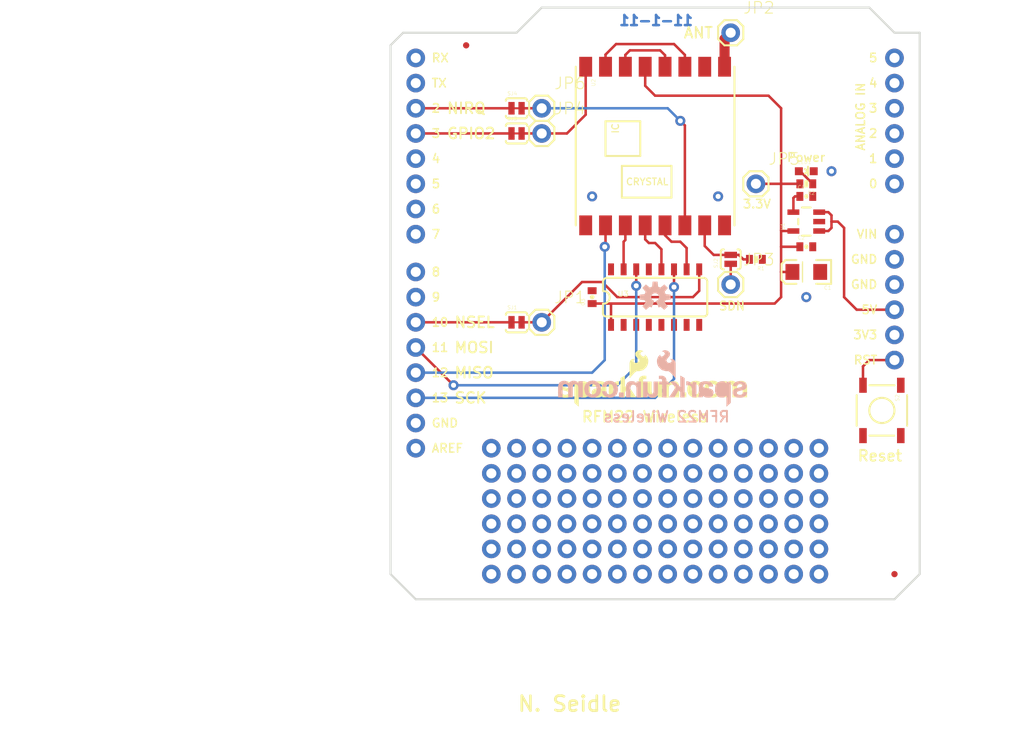
<source format=kicad_pcb>
(kicad_pcb (version 20211014) (generator pcbnew)
  (layers (0 "F.Cu" signal) (31 "B.Cu" signal) (34 "B.Paste" user) (35 "F.Paste" user) (36 "B.SilkS" user "B.Silkscreen") (37 "F.SilkS" user "F.Silkscreen") (38 "B.Mask" user) (39 "F.Mask" user) (44 "Edge.Cuts" user))
  (net 0 "")
  (net 1 "GND")
  (net 2 "VCC")
  (net 3 "N$6")
  (net 4 "3.3V")
  (net 5 "ARST")
  (net 6 "N$70")
  (net 7 "3V-MISO")
  (net 8 "5V-MOSI")
  (net 9 "5V-SCK")
  (net 10 "3V-MOSI")
  (net 11 "3V-NIRQ")
  (net 12 "3V-NSEL")
  (net 13 "SDN")
  (net 14 "5V-NSEL")
  (net 15 "3V-SCK")
  (net 16 "SDN2")
  (net 17 "N$3")
  (net 18 "N$4")
  (net 19 "3V-GPIO2")
  (net 20 "N$1")
  (net 21 "N$2")
  (net 22 "N$5")
  (net 23 "N$7")
  (net 24 "N$8")
  (net 25 "N$9")
  (net 26 "N$10")
  (net 27 "N$11")
  (net 28 "N$12")
  (net 29 "N$13")
  (net 30 "N$14")
  (net 31 "N$15")
  (net 32 "N$16")
  (net 33 "N$18")
  (net 34 "N$19")
  (net 35 "N$23")
  (net 36 "N$24")
  (net 37 "N$25")
  (net 38 "N$26")
  (net 39 "N$27")
  (net 40 "N$28")
  (net 41 "N$29")
  (net 42 "N$30")
  (net 43 "N$31")
  (net 44 "N$32")
  (net 45 "N$33")
  (net 46 "N$34")
  (net 47 "N$35")
  (net 48 "N$36")
  (net 49 "N$37")
  (net 50 "N$38")
  (net 51 "N$39")
  (net 52 "N$40")
  (net 53 "N$41")
  (net 54 "N$42")
  (net 55 "N$43")
  (net 56 "N$44")
  (net 57 "N$45")
  (net 58 "N$46")
  (net 59 "N$47")
  (net 60 "N$48")
  (net 61 "N$49")
  (net 62 "N$50")
  (net 63 "N$51")
  (net 64 "N$52")
  (net 65 "N$53")
  (net 66 "N$54")
  (net 67 "N$55")
  (net 68 "N$56")
  (net 69 "N$57")
  (net 70 "N$58")
  (net 71 "N$59")
  (net 72 "N$60")
  (net 73 "N$61")
  (net 74 "N$62")
  (net 75 "N$63")
  (net 76 "N$64")
  (net 77 "N$65")
  (net 78 "N$66")
  (net 79 "N$67")
  (net 80 "N$68")
  (net 81 "N$69")
  (net 82 "N$71")
  (net 83 "N$88")
  (net 84 "N$89")
  (net 85 "N$91")
  (net 86 "N$92")
  (net 87 "N$96")
  (net 88 "N$97")
  (net 89 "N$99")
  (net 90 "N$100")
  (net 91 "N$104")
  (net 92 "N$105")
  (net 93 "N$107")
  (net 94 "N$108")
  (net 95 "N$112")
  (net 96 "N$113")
  (net 97 "N$115")
  (net 98 "N$116")
  (net 99 "N$120")
  (net 100 "N$121")
  (net 101 "N$123")
  (net 102 "N$124")
  (net 103 "N$128")
  (net 104 "N$129")
  (net 105 "N$131")
  (net 106 "N$132")
  (net 107 "N$17")
  (footprint "boardEagle:SJ_2S-TRACE" (layer "F.Cu") (at 134.5311 87.8586)
    (fp_text reference "SJ3" (at -0.9525 -1.27) (layer "F.SilkS") (effects (font (size 0.373888 0.373888) (thickness 0.032512)) (justify left bottom)))
    (fp_text value "NC")
    (fp_line (start -0.381 0) (end 0.381 0) (layer "F.Cu") (width 0.2032))
    (pad "1" smd rect (at -0.508 0) (size 0.635 1.27) (layers "F.Cu" "F.Mask") (net 22 "N$5"))
    (pad "2" smd rect (at 0.508 0) (size 0.635 1.27) (layers "F.Cu" "F.Mask") (net 19 "3V-GPIO2"))
  )
  (footprint "boardEagle:1X01" (layer "F.Cu") (at 137.0711 85.3186)
    (fp_text reference "JP6" (at 1.1938 -1.8288) (layer "F.SilkS") (effects (font (size 1.1684 1.1684) (thickness 0.1016)) (justify left bottom)))
    (fp_text value "")
    (pad "1" thru_hole circle (at 0 0 90) (size 1.8796 1.8796) (drill 1.016) (layers *.Cu *.Mask) (net 11 "3V-NIRQ"))
  )
  (footprint "boardEagle:0402-CAP" (layer "F.Cu") (at 163.7411 99.2886)
    (fp_text reference "C2" (at -0.889 -0.6985) (layer "F.SilkS") (effects (font (size 0.373888 0.373888) (thickness 0.032512)) (justify left bottom)))
    (fp_text value "0.1uF")
    (pad "1" smd rect (at -0.65 0) (size 0.7 0.9) (layers "F.Cu" "F.Paste" "F.Mask") (net 4 "3.3V"))
    (pad "2" smd rect (at 0.65 0) (size 0.7 0.9) (layers "F.Cu" "F.Paste" "F.Mask") (net 1 "GND"))
  )
  (footprint "boardEagle:LED-0603" (layer "F.Cu") (at 163.7411 91.6686 -90)
    (fp_text reference "LED1" (at -0.6985 0.889) (layer "F.SilkS") (effects (font (size 0.373888 0.373888) (thickness 0.032512)) (justify left bottom)))
    (fp_text value "Red")
    (pad "A" smd rect (at 0 0.75 270) (size 0.8 0.8) (layers "F.Cu" "F.Paste" "F.Mask") (net 3 "N$6"))
    (pad "C" smd rect (at 0 -0.75 270) (size 0.8 0.8) (layers "F.Cu" "F.Paste" "F.Mask") (net 1 "GND"))
  )
  (footprint "boardEagle:SOT23-5" (layer "F.Cu") (at 163.7411 96.7486 90)
    (fp_text reference "U1" (at -0.889 -2.159 90) (layer "F.SilkS") (effects (font (size 0.373888 0.373888) (thickness 0.032512)) (justify left bottom)))
    (fp_text value "MIC5202-3.3V")
    (pad "1" smd rect (at -0.95 1.3001 90) (size 0.55 1.2) (layers "F.Cu" "F.Paste" "F.Mask") (net 2 "VCC"))
    (pad "2" smd rect (at 0 1.3001 90) (size 0.55 1.2) (layers "F.Cu" "F.Paste" "F.Mask") (net 1 "GND"))
    (pad "3" smd rect (at 0.95 1.3001 90) (size 0.55 1.2) (layers "F.Cu" "F.Paste" "F.Mask") (net 2 "VCC"))
    (pad "4" smd rect (at 0.95 -1.3001 90) (size 0.55 1.2) (layers "F.Cu" "F.Paste" "F.Mask") (net 6 "N$70"))
    (pad "5" smd rect (at -0.95 -1.3001 90) (size 0.55 1.2) (layers "F.Cu" "F.Paste" "F.Mask") (net 4 "3.3V"))
  )
  (footprint "boardEagle:1X01" (layer "F.Cu") (at 137.0711 87.8586)
    (fp_text reference "JP4" (at 1.1938 -1.8288) (layer "F.SilkS") (effects (font (size 1.1684 1.1684) (thickness 0.1016)) (justify left bottom)))
    (fp_text value "")
    (pad "1" thru_hole circle (at 0 0 90) (size 1.8796 1.8796) (drill 1.016) (layers *.Cu *.Mask) (net 19 "3V-GPIO2"))
  )
  (footprint "boardEagle:0402-CAP" (layer "F.Cu") (at 163.7411 94.2086)
    (fp_text reference "C4" (at -0.889 -0.6985) (layer "F.SilkS") (effects (font (size 0.373888 0.373888) (thickness 0.032512)) (justify left bottom)))
    (fp_text value "470pF")
    (pad "1" smd rect (at -0.65 0) (size 0.7 0.9) (layers "F.Cu" "F.Paste" "F.Mask") (net 6 "N$70"))
    (pad "2" smd rect (at 0.65 0) (size 0.7 0.9) (layers "F.Cu" "F.Paste" "F.Mask") (net 1 "GND"))
  )
  (footprint "boardEagle:0402-RES" (layer "F.Cu") (at 158.6611 100.5586 180)
    (fp_text reference "R1" (at -0.889 -0.6985 180) (layer "F.SilkS") (effects (font (size 0.373888 0.373888) (thickness 0.032512)) (justify right top)))
    (fp_text value "10K")
    (pad "1" smd rect (at -0.65 0 180) (size 0.7 0.9) (layers "F.Cu" "F.Paste" "F.Mask") (net 1 "GND"))
    (pad "2" smd rect (at 0.65 0 180) (size 0.7 0.9) (layers "F.Cu" "F.Paste" "F.Mask") (net 16 "SDN2"))
  )
  (footprint "boardEagle:SFE-NEW-WEBLOGO" (layer "F.Cu") (at 138.7221 115.4176)
    (fp_text reference "U$7" hide)
    (fp_text value "LOGO-SFENEW" hide)
  )
  (footprint "boardEagle:SO016" (layer "F.Cu") (at 148.5011 104.3686)
    (fp_text reference "U3" (at -3.81 0) (layer "F.SilkS") (effects (font (size 0.54864 0.54864) (thickness 0.06096)) (justify left bottom)))
    (fp_text value "74HC4050 LVL CONVERTER")
    (pad "1" smd rect (at -4.445 2.8) (size 0.6 1.2) (layers "F.Cu" "F.Paste" "F.Mask") (net 4 "3.3V"))
    (pad "2" smd rect (at -3.175 2.8) (size 0.6 1.2) (layers "F.Cu" "F.Paste" "F.Mask"))
    (pad "3" smd rect (at -1.905 2.8) (size 0.6 1.2) (layers "F.Cu" "F.Paste" "F.Mask"))
    (pad "4" smd rect (at -0.635 2.8) (size 0.6 1.2) (layers "F.Cu" "F.Paste" "F.Mask"))
    (pad "5" smd rect (at 0.635 2.8) (size 0.6 1.2) (layers "F.Cu" "F.Paste" "F.Mask"))
    (pad "6" smd rect (at 1.905 2.8) (size 0.6 1.2) (layers "F.Cu" "F.Paste" "F.Mask"))
    (pad "7" smd rect (at 3.175 2.8) (size 0.6 1.2) (layers "F.Cu" "F.Paste" "F.Mask"))
    (pad "8" smd rect (at 4.445 2.8) (size 0.6 1.2) (layers "F.Cu" "F.Paste" "F.Mask") (net 1 "GND"))
    (pad "9" smd rect (at 4.445 -2.8) (size 0.6 1.2) (layers "F.Cu" "F.Paste" "F.Mask") (net 14 "5V-NSEL"))
    (pad "10" smd rect (at 3.175 -2.8) (size 0.6 1.2) (layers "F.Cu" "F.Paste" "F.Mask") (net 12 "3V-NSEL"))
    (pad "11" smd rect (at 1.905 -2.8) (size 0.6 1.2) (layers "F.Cu" "F.Paste" "F.Mask") (net 9 "5V-SCK"))
    (pad "12" smd rect (at 0.635 -2.8) (size 0.6 1.2) (layers "F.Cu" "F.Paste" "F.Mask") (net 15 "3V-SCK"))
    (pad "13" smd rect (at -0.635 -2.8) (size 0.6 1.2) (layers "F.Cu" "F.Paste" "F.Mask"))
    (pad "14" smd rect (at -1.905 -2.8) (size 0.6 1.2) (layers "F.Cu" "F.Paste" "F.Mask") (net 8 "5V-MOSI"))
    (pad "15" smd rect (at -3.175 -2.8) (size 0.6 1.2) (layers "F.Cu" "F.Paste" "F.Mask") (net 10 "3V-MOSI"))
    (pad "16" smd rect (at -4.445 -2.8) (size 0.6 1.2) (layers "F.Cu" "F.Paste" "F.Mask"))
  )
  (footprint "boardEagle:CREATIVE_COMMONS" (layer "F.Cu") (at 102.7811 146.2786)
    (fp_text reference "U$3" hide)
    (fp_text value "CREATIVE_COMMONS" hide)
  )
  (footprint "boardEagle:MICRO-FIDUCIAL" (layer "F.Cu") (at 172.6311 132.3086)
    (fp_text reference "JP7" hide)
    (fp_text value "FIDUCIALUFIDUCIAL" hide)
    (pad "1" smd roundrect (at 0 0) (size 0.635 0.635) (layers "F.Cu" "F.Mask") (roundrect_rratio 0.5))
  )
  (footprint "boardEagle:DUEMILANOVE_SHIELD_NOHOLES" (layer "F.Cu") (at 121.8311 134.8486)
    (fp_text reference "U4" hide)
    (fp_text value "ARDUINO_SHIELD" hide)
    (fp_text user "2" (at 49.1617 -47.498) (layer "F.SilkS") (effects (font (size 0.8636 0.8636) (thickness 0.1524)) (justify right top)))
    (fp_text user "1" (at 49.1617 -44.958) (layer "F.SilkS") (effects (font (size 0.8636 0.8636) (thickness 0.1524)) (justify right top)))
    (fp_text user "7" (at 4.064 -36.322) (layer "F.SilkS") (effects (font (size 0.8636 0.8636) (thickness 0.1524)) (justify left bottom)))
    (fp_text user "8" (at 4.064 -32.512) (layer "F.SilkS") (effects (font (size 0.8636 0.8636) (thickness 0.1524)) (justify left bottom)))
    (fp_text user "GND" (at 49.149 -32.258) (layer "F.SilkS") (effects (font (size 0.8636 0.8636) (thickness 0.1524)) (justify right top)))
    (fp_text user "3" (at 49.1617 -50.038) (layer "F.SilkS") (effects (font (size 0.8636 0.8636) (thickness 0.1524)) (justify right top)))
    (fp_text user "3" (at 4.064 -46.482) (layer "F.SilkS") (effects (font (size 0.8636 0.8636) (thickness 0.1524)) (justify left bottom)))
    (fp_text user "TX" (at 4.064 -51.562) (layer "F.SilkS") (effects (font (size 0.8636 0.8636) (thickness 0.1524)) (justify left bottom)))
    (fp_text user "GND" (at 49.149 -34.798) (layer "F.SilkS") (effects (font (size 0.8636 0.8636) (thickness 0.1524)) (justify right top)))
    (fp_text user "GND" (at 4.064 -17.272) (layer "F.SilkS") (effects (font (size 0.8636 0.8636) (thickness 0.1524)) (justify left bottom)))
    (fp_text user "4" (at 49.1617 -52.578) (layer "F.SilkS") (effects (font (size 0.8636 0.8636) (thickness 0.1524)) (justify right top)))
    (fp_text user "VIN" (at 49.1617 -37.338) (layer "F.SilkS") (effects (font (size 0.8636 0.8636) (thickness 0.1524)) (justify right top)))
    (fp_text user "12" (at 4.064 -22.352) (layer "F.SilkS") (effects (font (size 0.8636 0.8636) (thickness 0.1524)) (justify left bottom)))
    (fp_text user "9" (at 4.064 -29.972) (layer "F.SilkS") (effects (font (size 0.8636 0.8636) (thickness 0.1524)) (justify left bottom)))
    (fp_text user "4" (at 4.064 -43.942) (layer "F.SilkS") (effects (font (size 0.8636 0.8636) (thickness 0.1524)) (justify left bottom)))
    (fp_text user "RST" (at 49.149 -24.638) (layer "F.SilkS") (effects (font (size 0.8636 0.8636) (thickness 0.1524)) (justify right top)))
    (fp_text user "ANALOG IN" (at 46.8757 -52.197 90) (layer "F.SilkS") (effects (font (size 0.8636 0.8636) (thickness 0.1524)) (justify right top)))
    (fp_text user "2" (at 4.064 -49.022) (layer "F.SilkS") (effects (font (size 0.8636 0.8636) (thickness 0.1524)) (justify left bottom)))
    (fp_text user "11" (at 4.064 -24.892) (layer "F.SilkS") (effects (font (size 0.8636 0.8636) (thickness 0.1524)) (justify left bottom)))
    (fp_text user "13" (at 4.064 -19.812) (layer "F.SilkS") (effects (font (size 0.8636 0.8636) (thickness 0.1524)) (justify left bottom)))
    (fp_text user "AREF" (at 4.064 -14.732) (layer "F.SilkS") (effects (font (size 0.8636 0.8636) (thickness 0.1524)) (justify left bottom)))
    (fp_text user "3V3" (at 49.149 -27.178) (layer "F.SilkS") (effects (font (size 0.8636 0.8636) (thickness 0.1524)) (justify right top)))
    (fp_text user "5V" (at 49.149 -29.718) (layer "F.SilkS") (effects (font (size 0.8636 0.8636) (thickness 0.1524)) (justify right top)))
    (fp_text user "5" (at 4.064 -41.402) (layer "F.SilkS") (effects (font (size 0.8636 0.8636) (thickness 0.1524)) (justify left bottom)))
    (fp_text user "10" (at 4.064 -27.432) (layer "F.SilkS") (effects (font (size 0.8636 0.8636) (thickness 0.1524)) (justify left bottom)))
    (fp_text user "RX" (at 4.064 -54.102) (layer "F.SilkS") (effects (font (size 0.8636 0.8636) (thickness 0.1524)) (justify left bottom)))
    (fp_text user "5" (at 49.1617 -55.118) (layer "F.SilkS") (effects (font (size 0.8636 0.8636) (thickness 0.1524)) (justify right top)))
    (fp_text user "6" (at 4.064 -38.862) (layer "F.SilkS") (effects (font (size 0.8636 0.8636) (thickness 0.1524)) (justify left bottom)))
    (fp_text user "0" (at 49.1617 -42.418) (layer "F.SilkS") (effects (font (size 0.8636 0.8636) (thickness 0.1524)) (justify right top)))
    (pad "3.3V" thru_hole circle (at 50.8 -26.67 90) (size 1.8796 1.8796) (drill 1.016) (layers *.Cu *.Mask))
    (pad "5V" thru_hole circle (at 50.8 -29.21 90) (size 1.8796 1.8796) (drill 1.016) (layers *.Cu *.Mask) (net 2 "VCC"))
    (pad "A0" thru_hole circle (at 50.8 -41.91 90) (size 1.8796 1.8796) (drill 1.016) (layers *.Cu *.Mask))
    (pad "A1" thru_hole circle (at 50.8 -44.45 90) (size 1.8796 1.8796) (drill 1.016) (layers *.Cu *.Mask))
    (pad "A2" thru_hole circle (at 50.8 -46.99 90) (size 1.8796 1.8796) (drill 1.016) (layers *.Cu *.Mask))
    (pad "A3" thru_hole circle (at 50.8 -49.53 90) (size 1.8796 1.8796) (drill 1.016) (layers *.Cu *.Mask))
    (pad "A4" thru_hole circle (at 50.8 -52.07 90) (size 1.8796 1.8796) (drill 1.016) (layers *.Cu *.Mask))
    (pad "A5" thru_hole circle (at 50.8 -54.61 90) (size 1.8796 1.8796) (drill 1.016) (layers *.Cu *.Mask))
    (pad "AREF" thru_hole circle (at 2.54 -15.24 90) (size 1.8796 1.8796) (drill 1.016) (layers *.Cu *.Mask))
    (pad "D2" thru_hole circle (at 2.54 -49.53 90) (size 1.8796 1.8796) (drill 1.016) (layers *.Cu *.Mask) (net 107 "N$17"))
    (pad "D3" thru_hole circle (at 2.54 -46.99 90) (size 1.8796 1.8796) (drill 1.016) (layers *.Cu *.Mask) (net 22 "N$5"))
    (pad "D4" thru_hole circle (at 2.54 -44.45 90) (size 1.8796 1.8796) (drill 1.016) (layers *.Cu *.Mask))
    (pad "D5" thru_hole circle (at 2.54 -41.91 90) (size 1.8796 1.8796) (drill 1.016) (layers *.Cu *.Mask))
    (pad "D6" thru_hole circle (at 2.54 -39.37 90) (size 1.8796 1.8796) (drill 1.016) (layers *.Cu *.Mask))
    (pad "D7" thru_hole circle (at 2.54 -36.83 90) (size 1.8796 1.8796) (drill 1.016) (layers *.Cu *.Mask))
    (pad "D8" thru_hole circle (at 2.54 -33.02 90) (size 1.8796 1.8796) (drill 1.016) (layers *.Cu *.Mask))
    (pad "D9" thru_hole circle (at 2.54 -30.48 90) (size 1.8796 1.8796) (drill 1.016) (layers *.Cu *.Mask))
    (pad "D10" thru_hole circle (at 2.54 -27.94 90) (size 1.8796 1.8796) (drill 1.016) (layers *.Cu *.Mask) (net 21 "N$2"))
    (pad "D11" thru_hole circle (at 2.54 -25.4 90) (size 1.8796 1.8796) (drill 1.016) (layers *.Cu *.Mask) (net 8 "5V-MOSI"))
    (pad "D12" thru_hole circle (at 2.54 -22.86 90) (size 1.8796 1.8796) (drill 1.016) (layers *.Cu *.Mask) (net 7 "3V-MISO"))
    (pad "D13" thru_hole circle (at 2.54 -20.32 90) (size 1.8796 1.8796) (drill 1.016) (layers *.Cu *.Mask) (net 9 "5V-SCK"))
    (pad "GND@0" thru_hole circle (at 50.8 -31.75 90) (size 1.8796 1.8796) (drill 1.016) (layers *.Cu *.Mask) (net 1 "GND"))
    (pad "GND@1" thru_hole circle (at 50.8 -34.29 90) (size 1.8796 1.8796) (drill 1.016) (layers *.Cu *.Mask) (net 1 "GND"))
    (pad "GND@2" thru_hole circle (at 2.54 -17.78 90) (size 1.8796 1.8796) (drill 1.016) (layers *.Cu *.Mask) (net 1 "GND"))
    (pad "RES" thru_hole circle (at 50.8 -24.13 90) (size 1.8796 1.8796) (drill 1.016) (layers *.Cu *.Mask) (net 5 "ARST"))
    (pad "RX" thru_hole circle (at 2.54 -54.61 90) (size 1.8796 1.8796) (drill 1.016) (layers *.Cu *.Mask))
    (pad "TX" thru_hole circle (at 2.54 -52.07 90) (size 1.8796 1.8796) (drill 1.016) (layers *.Cu *.Mask))
    (pad "VIN" thru_hole circle (at 50.8 -36.83 90) (size 1.8796 1.8796) (drill 1.016) (layers *.Cu *.Mask))
  )
  (footprint "boardEagle:SJ_2S-NO" (layer "F.Cu") (at 156.1211 100.5586 90)
    (fp_text reference "SJ2" (at -0.908 -1.27 90) (layer "F.SilkS") (effects (font (size 0.373888 0.373888) (thickness 0.032512)) (justify left bottom)))
    (fp_text value "NO")
    (pad "1" smd rect (at -0.45 0 90) (size 0.635 1.27) (layers "F.Cu" "F.Mask") (net 13 "SDN"))
    (pad "2" smd rect (at 0.45 0 90) (size 0.635 1.27) (layers "F.Cu" "F.Mask") (net 16 "SDN2"))
  )
  (footprint "boardEagle:TACTILE_SWITCH_SMD" (layer "F.Cu") (at 171.3611 115.7986 -90)
    (fp_text reference "S2" (at -0.889 -1.778 -90) (layer "F.SilkS") (effects (font (size 0.373888 0.373888) (thickness 0.032512)) (justify left bottom)))
    (fp_text value "Reset")
    (pad "1" smd rect (at -2.54 -1.905) (size 0.762 1.524) (layers "F.Cu" "F.Paste" "F.Mask") (net 1 "GND"))
    (pad "2" smd rect (at 2.54 -1.905) (size 0.762 1.524) (layers "F.Cu" "F.Paste" "F.Mask"))
    (pad "3" smd rect (at -2.54 1.905) (size 0.762 1.524) (layers "F.Cu" "F.Paste" "F.Mask") (net 5 "ARST"))
    (pad "4" smd rect (at 2.54 1.905) (size 0.762 1.524) (layers "F.Cu" "F.Paste" "F.Mask"))
  )
  (footprint "" (layer "F.Cu") (at 158.6611 77.6986)
    (fp_text reference "@HOLE0" hide)
    (fp_text value "" (at 0 0) (layer "F.SilkS") (effects (font (size 1.27 1.27))))
    (pad "" np_thru_hole circle (at 0 0) (size 1.905 1.905) (drill 1.905) (layers *.Cu *.Mask))
  )
  (footprint "boardEagle:1X01" (layer "F.Cu") (at 156.1211 77.6986)
    (fp_text reference "JP2" (at 1.1938 -1.8288) (layer "F.SilkS") (effects (font (size 1.1684 1.1684) (thickness 0.1016)) (justify left bottom)))
    (fp_text value "Antenna")
    (pad "1" thru_hole circle (at 0 0 90) (size 1.8796 1.8796) (drill 1.016) (layers *.Cu *.Mask) (net 20 "N$1"))
  )
  (footprint "boardEagle:EIA3216" (layer "F.Cu") (at 163.7411 101.8286 180)
    (fp_text reference "C1" (at -2.54 -1.381 180) (layer "F.SilkS") (effects (font (size 0.373888 0.373888) (thickness 0.032512)) (justify right top)))
    (fp_text value "10uF")
    (pad "A" smd rect (at 1.4 0 270) (size 1.6 1.4) (layers "F.Cu" "F.Paste" "F.Mask") (net 4 "3.3V"))
    (pad "C" smd rect (at -1.4 0 270) (size 1.6 1.4) (layers "F.Cu" "F.Paste" "F.Mask") (net 1 "GND"))
  )
  (footprint "boardEagle:SJ_2S-TRACE" (layer "F.Cu") (at 134.5311 85.3186)
    (fp_text reference "SJ4" (at -0.9525 -1.27) (layer "F.SilkS") (effects (font (size 0.373888 0.373888) (thickness 0.032512)) (justify left bottom)))
    (fp_text value "NC")
    (fp_line (start -0.381 0) (end 0.381 0) (layer "F.Cu") (width 0.2032))
    (pad "1" smd rect (at -0.508 0) (size 0.635 1.27) (layers "F.Cu" "F.Mask") (net 107 "N$17"))
    (pad "2" smd rect (at 0.508 0) (size 0.635 1.27) (layers "F.Cu" "F.Mask") (net 11 "3V-NIRQ"))
  )
  (footprint "boardEagle:0402-RES" (layer "F.Cu") (at 163.7411 92.9386 180)
    (fp_text reference "R2" (at -0.889 -0.6985 180) (layer "F.SilkS") (effects (font (size 0.373888 0.373888) (thickness 0.032512)) (justify right top)))
    (fp_text value "330")
    (pad "1" smd rect (at -0.65 0 180) (size 0.7 0.9) (layers "F.Cu" "F.Paste" "F.Mask") (net 3 "N$6"))
    (pad "2" smd rect (at 0.65 0 180) (size 0.7 0.9) (layers "F.Cu" "F.Paste" "F.Mask") (net 4 "3.3V"))
  )
  (footprint "boardEagle:1X01" (layer "F.Cu") (at 156.1211 103.0986)
    (fp_text reference "JP3" (at 1.1938 -1.8288) (layer "F.SilkS") (effects (font (size 1.1684 1.1684) (thickness 0.1016)) (justify left bottom)))
    (fp_text value "")
    (pad "1" thru_hole circle (at 0 0 90) (size 1.8796 1.8796) (drill 1.016) (layers *.Cu *.Mask) (net 13 "SDN"))
  )
  (footprint "boardEagle:1X01" (layer "F.Cu") (at 158.6611 92.9386)
    (fp_text reference "JP5" (at 1.1938 -1.8288) (layer "F.SilkS") (effects (font (size 1.1684 1.1684) (thickness 0.1016)) (justify left bottom)))
    (fp_text value "")
    (pad "1" thru_hole circle (at 0 0 90) (size 1.8796 1.8796) (drill 1.016) (layers *.Cu *.Mask) (net 4 "3.3V"))
  )
  (footprint "boardEagle:MICRO-FIDUCIAL" (layer "F.Cu") (at 129.4511 78.9686)
    (fp_text reference "JP8" hide)
    (fp_text value "FIDUCIALUFIDUCIAL" hide)
    (pad "1" smd roundrect (at 0 0) (size 0.635 0.635) (layers "F.Cu" "F.Mask") (roundrect_rratio 0.5))
  )
  (footprint "boardEagle:0402-CAP" (layer "F.Cu") (at 142.1511 104.3686 90)
    (fp_text reference "C3" (at -0.889 -0.6985 90) (layer "F.SilkS") (effects (font (size 0.373888 0.373888) (thickness 0.032512)) (justify left bottom)))
    (fp_text value "0.1uF")
    (pad "1" smd rect (at -0.65 0 90) (size 0.7 0.9) (layers "F.Cu" "F.Paste" "F.Mask") (net 4 "3.3V"))
    (pad "2" smd rect (at 0.65 0 90) (size 0.7 0.9) (layers "F.Cu" "F.Paste" "F.Mask") (net 1 "GND"))
  )
  (footprint "boardEagle:1X01" (layer "F.Cu") (at 137.0711 106.9086)
    (fp_text reference "JP1" (at 1.1938 -1.8288) (layer "F.SilkS") (effects (font (size 1.1684 1.1684) (thickness 0.1016)) (justify left bottom)))
    (fp_text value "")
    (pad "1" thru_hole circle (at 0 0 90) (size 1.8796 1.8796) (drill 1.016) (layers *.Cu *.Mask) (net 14 "5V-NSEL"))
  )
  (footprint "boardEagle:SJ_2S-TRACE" (layer "F.Cu") (at 134.5311 106.9086)
    (fp_text reference "SJ1" (at -0.9525 -1.27) (layer "F.SilkS") (effects (font (size 0.373888 0.373888) (thickness 0.032512)) (justify left bottom)))
    (fp_text value "NC")
    (fp_line (start -0.381 0) (end 0.381 0) (layer "F.Cu") (width 0.2032))
    (pad "1" smd rect (at -0.508 0) (size 0.635 1.27) (layers "F.Cu" "F.Mask") (net 21 "N$2"))
    (pad "2" smd rect (at 0.508 0) (size 0.635 1.27) (layers "F.Cu" "F.Mask") (net 14 "5V-NSEL"))
  )
  (footprint "boardEagle:RFM22-XXX-S2" (layer "F.Cu") (at 148.5011 89.1286 -90)
    (fp_text reference "U2" (at -6 6 -90) (layer "F.SilkS") (effects (font (size 0.373888 0.373888) (thickness 0.032512)) (justify left bottom)))
    (fp_text value "RFM22")
    (fp_text user "CRYSTAL" (at 4 3) (layer "F.SilkS") (effects (font (size 0.68 0.68) (thickness 0.12)) (justify left bottom)))
    (fp_text user "IC" (at -1.2 3.6 -90) (layer "F.SilkS") (effects (font (size 0.68 0.68) (thickness 0.12)) (justify left bottom)))
    (pad "1" smd rect (at -8 -7) (size 1.3 2) (layers "F.Cu" "F.Paste" "F.Mask") (net 20 "N$1"))
    (pad "2" smd rect (at -8 -5) (size 1.3 2) (layers "F.Cu" "F.Paste" "F.Mask") (net 1 "GND"))
    (pad "3" smd rect (at -8 -3) (size 1.3 2) (layers "F.Cu" "F.Paste" "F.Mask") (net 18 "N$4"))
    (pad "4" smd rect (at -8 -1) (size 1.3 2) (layers "F.Cu" "F.Paste" "F.Mask") (net 17 "N$3"))
    (pad "5" smd rect (at -8 1) (size 1.3 2) (layers "F.Cu" "F.Paste" "F.Mask") (net 4 "3.3V"))
    (pad "6" smd rect (at -8 3) (size 1.3 2) (layers "F.Cu" "F.Paste" "F.Mask") (net 17 "N$3"))
    (pad "7" smd rect (at -8 5) (size 1.3 2) (layers "F.Cu" "F.Paste" "F.Mask") (net 18 "N$4"))
    (pad "8" smd rect (at -8 7) (size 1.3 2) (layers "F.Cu" "F.Paste" "F.Mask") (net 19 "3V-GPIO2"))
    (pad "9" smd rect (at 8 7) (size 1.3 2) (layers "F.Cu" "F.Paste" "F.Mask") (net 1 "GND"))
    (pad "10" smd rect (at 8 5) (size 1.3 2) (layers "F.Cu" "F.Paste" "F.Mask") (net 7 "3V-MISO"))
    (pad "11" smd rect (at 8 3) (size 1.3 2) (layers "F.Cu" "F.Paste" "F.Mask") (net 10 "3V-MOSI"))
    (pad "12" smd rect (at 8 1) (size 1.3 2) (layers "F.Cu" "F.Paste" "F.Mask") (net 15 "3V-SCK"))
    (pad "13" smd rect (at 8 -1) (size 1.3 2) (layers "F.Cu" "F.Paste" "F.Mask") (net 12 "3V-NSEL"))
    (pad "14" smd rect (at 8 -3) (size 1.3 2) (layers "F.Cu" "F.Paste" "F.Mask") (net 11 "3V-NIRQ"))
    (pad "15" smd rect (at 8 -5) (size 1.3 2) (layers "F.Cu" "F.Paste" "F.Mask") (net 16 "SDN2"))
    (pad "16" smd rect (at 8 -7) (size 1.3 2) (layers "F.Cu" "F.Paste" "F.Mask") (net 1 "GND"))
  )
  (footprint "boardEagle:SFE-NEW-WEBLOGO" (layer "B.Cu") (at 157.7721 115.4176 180)
    (fp_text reference "U$8" hide)
    (fp_text value "LOGO-SFENEW" hide)
  )
  (footprint "boardEagle:OSHW-LOGO-S" (layer "B.Cu") (at 148.5011 104.3686 180)
    (fp_text reference "U$1" hide)
    (fp_text value "OSHW-LOGOS" hide)
  )
  (gr_line (start 170.0911 75.1586) (end 172.6311 77.6986) (layer "Edge.Cuts") (width 0.2032))
  (gr_line (start 172.6311 134.8486) (end 124.3711 134.8486) (layer "Edge.Cuts") (width 0.2032))
  (gr_line (start 175.1711 132.3086) (end 172.6311 134.8486) (layer "Edge.Cuts") (width 0.2032))
  (gr_line (start 134.5311 77.6986) (end 137.0711 75.1586) (layer "Edge.Cuts") (width 0.2032))
  (gr_line (start 123.1011 77.6986) (end 134.5311 77.6986) (layer "Edge.Cuts") (width 0.2032))
  (gr_line (start 137.0711 75.1586) (end 170.0911 75.1586) (layer "Edge.Cuts") (width 0.2032))
  (gr_line (start 172.6311 77.6986) (end 175.1711 77.6986) (layer "Edge.Cuts") (width 0.2032))
  (gr_line (start 124.3711 134.8486) (end 121.8311 132.3086) (layer "Edge.Cuts") (width 0.2032))
  (gr_line (start 175.1711 77.6986) (end 175.1711 132.3086) (layer "Edge.Cuts") (width 0.2032))
  (gr_line (start 121.8311 132.3086) (end 121.8311 78.9686) (layer "Edge.Cuts") (width 0.2032))
  (gr_line (start 121.8311 78.9686) (end 123.1011 77.6986) (layer "Edge.Cuts") (width 0.2032))
  (gr_text "11-1-11" (at 152.4381 77.0636) (layer "B.Cu") (effects (font (size 1.016 1.016) (thickness 0.254)) (justify left bottom mirror)))
  (gr_text "RFM22 Wireless" (at 156.1211 117.0686) (layer "B.SilkS") (effects (font (size 1.0795 1.0795) (thickness 0.1905)) (justify left bottom mirror)))
  (gr_text "ANT" (at 151.2951 78.3336) (layer "F.SilkS") (effects (font (size 1.0795 1.0795) (thickness 0.1905)) (justify left bottom)))
  (gr_text "Power" (at 161.7091 90.7796) (layer "F.SilkS") (effects (font (size 0.8636 0.8636) (thickness 0.1524)) (justify left bottom)))
  (gr_text "NSEL" (at 128.1811 107.5436) (layer "F.SilkS") (effects (font (size 1.0795 1.0795) (thickness 0.1905)) (justify left bottom)))
  (gr_text "SCK" (at 128.1811 115.1636) (layer "F.SilkS") (effects (font (size 1.0795 1.0795) (thickness 0.1905)) (justify left bottom)))
  (gr_text "Reset" (at 168.8211 121.0056) (layer "F.SilkS") (effects (font (size 1.0795 1.0795) (thickness 0.1905)) (justify left bottom)))
  (gr_text "3.3V" (at 157.2641 95.4786) (layer "F.SilkS") (effects (font (size 0.8636 0.8636) (thickness 0.1524)) (justify left bottom)))
  (gr_text "N. Seidle" (at 134.5311 146.2786) (layer "F.SilkS") (effects (font (size 1.5113 1.5113) (thickness 0.2667)) (justify left bottom)))
  (gr_text "MOSI" (at 128.1811 110.0836) (layer "F.SilkS") (effects (font (size 1.0795 1.0795) (thickness 0.1905)) (justify left bottom)))
  (gr_text "RFM22 Wireless" (at 141.0081 117.0686) (layer "F.SilkS") (effects (font (size 1.0795 1.0795) (thickness 0.1905)) (justify left bottom)))
  (gr_text "MISO" (at 128.1811 112.6236) (layer "F.SilkS") (effects (font (size 1.0795 1.0795) (thickness 0.1905)) (justify left bottom)))
  (gr_text "NIRQ" (at 127.4191 85.9536) (layer "F.SilkS") (effects (font (size 1.0795 1.0795) (thickness 0.1905)) (justify left bottom)))
  (gr_text "GPIO2" (at 127.4191 88.4936) (layer "F.SilkS") (effects (font (size 1.0795 1.0795) (thickness 0.1905)) (justify left bottom)))
  (gr_text "SDN" (at 154.8511 105.7656) (layer "F.SilkS") (effects (font (size 0.8636 0.8636) (thickness 0.1524)) (justify left bottom)))
  (via (at 163.7411 104.3686) (size 1.016) (drill 0.508) (layers "F.Cu" "B.Cu") (net 1))
  (via (at 142.1511 94.2086) (size 1.016) (drill 0.508) (layers "F.Cu" "B.Cu") (net 1))
  (via (at 166.2811 91.6686) (size 1.016) (drill 0.508) (layers "F.Cu" "B.Cu") (net 1))
  (via (at 154.8511 94.2086) (size 1.016) (drill 0.508) (layers "F.Cu" "B.Cu") (net 1))
  (segment (start 165.9661 95.7986) (end 165.0412 95.7986) (width 0.254) (layer "F.Cu") (net 2))
  (segment (start 166.2811 96.7486) (end 166.2811 96.1136) (width 0.254) (layer "F.Cu") (net 2))
  (segment (start 168.8211 105.6386) (end 172.6311 105.6386) (width 0.254) (layer "F.Cu") (net 2))
  (segment (start 166.2811 96.7486) (end 166.2811 97.3836) (width 0.254) (layer "F.Cu") (net 2))
  (segment (start 167.5511 104.3686) (end 167.5511 97.3836) (width 0.254) (layer "F.Cu") (net 2))
  (segment (start 167.5511 97.3836) (end 166.9161 96.7486) (width 0.254) (layer "F.Cu") (net 2))
  (segment (start 166.2811 96.1136) (end 165.9661 95.7986) (width 0.254) (layer "F.Cu") (net 2))
  (segment (start 166.9161 96.7486) (end 166.2811 96.7486) (width 0.254) (layer "F.Cu") (net 2))
  (segment (start 166.2811 97.3836) (end 165.9661 97.6986) (width 0.254) (layer "F.Cu") (net 2))
  (segment (start 168.8211 105.6386) (end 167.5511 104.3686) (width 0.254) (layer "F.Cu") (net 2))
  (segment (start 165.9661 97.6986) (end 165.0412 97.6986) (width 0.254) (layer "F.Cu") (net 2))
  (segment (start 164.3911 92.9386) (end 163.1211 91.6686) (width 0.254) (layer "F.Cu") (net 3))
  (segment (start 163.1211 91.6686) (end 162.9911 91.6686) (width 0.254) (layer "F.Cu") (net 3))
  (segment (start 148.5011 84.0486) (end 147.5011 83.0486) (width 0.254) (layer "F.Cu") (net 4))
  (segment (start 161.2011 99.2886) (end 161.2011 97.6376) (width 0.254) (layer "F.Cu") (net 4))
  (segment (start 161.2011 104.3686) (end 161.2011 101.8286) (width 0.254) (layer "F.Cu") (net 4))
  (segment (start 161.2621 97.6986) (end 162.441 97.6986) (width 0.254) (layer "F.Cu") (net 4))
  (segment (start 147.5011 83.0486) (end 147.5011 81.1286) (width 0.254) (layer "F.Cu") (net 4))
  (segment (start 160.5511 105.0186) (end 161.2011 104.3686) (width 0.254) (layer "F.Cu") (net 4))
  (segment (start 161.2011 101.8286) (end 161.2011 99.2886) (width 0.254) (layer "F.Cu") (net 4))
  (segment (start 144.0561 105.0186) (end 160.5511 105.0186) (width 0.254) (layer "F.Cu") (net 4))
  (segment (start 161.2011 92.9386) (end 161.2011 85.3186) (width 0.254) (layer "F.Cu") (net 4))
  (segment (start 161.2011 92.9386) (end 158.6611 92.9386) (width 0.254) (layer "F.Cu") (net 4))
  (segment (start 144.0561 105.0186) (end 142.1511 105.0186) (width 0.254) (layer "F.Cu") (net 4))
  (segment (start 161.2011 85.3186) (end 159.9311 84.0486) (width 0.254) (layer "F.Cu") (net 4))
  (segment (start 161.2011 99.2886) (end 163.0911 99.2886) (width 0.254) (layer "F.Cu") (net 4))
  (segment (start 161.2011 92.9386) (end 163.0911 92.9386) (width 0.254) (layer "F.Cu") (net 4))
  (segment (start 144.0561 107.1686) (end 144.0561 105.0186) (width 0.254) (layer "F.Cu") (net 4))
  (segment (start 159.9311 84.0486) (end 148.5011 84.0486) (width 0.254) (layer "F.Cu") (net 4))
  (segment (start 161.2011 97.6376) (end 161.2621 97.6986) (width 0.254) (layer "F.Cu") (net 4))
  (segment (start 161.2011 101.8286) (end 162.3411 101.8286) (width 0.254) (layer "F.Cu") (net 4))
  (segment (start 161.2011 97.6376) (end 161.2011 92.9386) (width 0.254) (layer "F.Cu") (net 4))
  (segment (start 169.4561 113.2586) (end 169.4561 111.3536) (width 0.254) (layer "F.Cu") (net 5))
  (segment (start 170.0911 110.7186) (end 172.6311 110.7186) (width 0.254) (layer "F.Cu") (net 5))
  (segment (start 169.4561 111.3536) (end 170.0911 110.7186) (width 0.254) (layer "F.Cu") (net 5))
  (segment (start 162.441 94.3657) (end 162.5981 94.2086) (width 0.254) (layer "F.Cu") (net 6))
  (segment (start 162.5981 94.2086) (end 163.0911 94.2086) (width 0.254) (layer "F.Cu") (net 6))
  (segment (start 162.441 95.7986) (end 162.441 94.3657) (width 0.254) (layer "F.Cu") (net 6))
  (segment (start 143.4211 99.2886) (end 143.5011 99.2086) (width 0.254) (layer "F.Cu") (net 7))
  (segment (start 143.5011 99.2086) (end 143.5011 97.1286) (width 0.254) (layer "F.Cu") (net 7))
  (via (at 143.4211 99.2886) (size 1.016) (drill 0.508) (layers "F.Cu" "B.Cu") (net 7))
  (segment (start 124.3711 111.9886) (end 142.1511 111.9886) (width 0.254) (layer "B.Cu") (net 7))
  (segment (start 143.4211 110.7186) (end 143.4211 99.2886) (width 0.254) (layer "B.Cu") (net 7))
  (segment (start 142.1511 111.9886) (end 143.4211 110.7186) (width 0.254) (layer "B.Cu") (net 7))
  (segment (start 128.1811 113.2586) (end 124.3711 109.4486) (width 0.254) (layer "F.Cu") (net 8))
  (segment (start 146.5961 103.2256) (end 146.5961 101.5686) (width 0.254) (layer "F.Cu") (net 8))
  (via (at 146.5961 103.2256) (size 1.016) (drill 0.508) (layers "F.Cu" "B.Cu") (net 8))
  (via (at 128.1811 113.2586) (size 1.016) (drill 0.508) (layers "F.Cu" "B.Cu") (net 8))
  (segment (start 144.6911 113.2586) (end 146.5961 111.3536) (width 0.254) (layer "B.Cu") (net 8))
  (segment (start 146.5961 111.3536) (end 146.5961 103.2256) (width 0.254) (layer "B.Cu") (net 8))
  (segment (start 128.1811 113.2586) (end 144.6911 113.2586) (width 0.254) (layer "B.Cu") (net 8))
  (segment (start 150.4061 103.3526) (end 150.4061 101.5686) (width 0.254) (layer "F.Cu") (net 9))
  (via (at 150.4061 103.3526) (size 1.016) (drill 0.508) (layers "F.Cu" "B.Cu") (net 9))
  (segment (start 148.5011 114.5286) (end 150.4061 112.6236) (width 0.254) (layer "B.Cu") (net 9))
  (segment (start 124.3711 114.5286) (end 148.5011 114.5286) (width 0.254) (layer "B.Cu") (net 9))
  (segment (start 150.4061 112.6236) (end 150.4061 103.3526) (width 0.254) (layer "B.Cu") (net 9))
  (segment (start 145.3261 101.5686) (end 145.3261 98.7806) (width 0.254) (layer "F.Cu") (net 10))
  (segment (start 145.3261 98.7806) (end 145.5011 98.6056) (width 0.254) (layer "F.Cu") (net 10))
  (segment (start 145.5011 98.6056) (end 145.5011 97.1286) (width 0.254) (layer "F.Cu") (net 10))
  (segment (start 151.0411 86.5886) (end 151.5011 87.0486) (width 0.254) (layer "F.Cu") (net 11))
  (segment (start 151.5011 87.0486) (end 151.5011 97.1286) (width 0.254) (layer "F.Cu") (net 11))
  (segment (start 135.0391 85.3186) (end 137.0711 85.3186) (width 0.254) (layer "F.Cu") (net 11))
  (via (at 151.0411 86.5886) (size 1.016) (drill 0.508) (layers "F.Cu" "B.Cu") (net 11))
  (segment (start 137.0711 85.3186) (end 149.7711 85.3186) (width 0.254) (layer "B.Cu") (net 11))
  (segment (start 149.7711 85.3186) (end 151.0411 86.5886) (width 0.254) (layer "B.Cu") (net 11))
  (segment (start 151.0411 98.7806) (end 150.1521 98.7806) (width 0.254) (layer "F.Cu") (net 12))
  (segment (start 151.6761 99.4156) (end 151.0411 98.7806) (width 0.254) (layer "F.Cu") (net 12))
  (segment (start 149.5011 98.1296) (end 149.5011 97.1286) (width 0.254) (layer "F.Cu") (net 12))
  (segment (start 151.6761 101.5686) (end 151.6761 99.4156) (width 0.254) (layer "F.Cu") (net 12))
  (segment (start 150.1521 98.7806) (end 149.5011 98.1296) (width 0.254) (layer "F.Cu") (net 12))
  (segment (start 156.1211 103.0986) (end 156.1211 101.0086) (width 0.254) (layer "F.Cu") (net 13))
  (segment (start 135.0391 106.9086) (end 137.0711 106.9086) (width 0.254) (layer "F.Cu") (net 14))
  (segment (start 137.0711 106.9086) (end 141.1351 102.8446) (width 0.254) (layer "F.Cu") (net 14))
  (segment (start 144.6911 104.3686) (end 152.3111 104.3686) (width 0.254) (layer "F.Cu") (net 14))
  (segment (start 152.3111 104.3686) (end 152.9461 103.7336) (width 0.254) (layer "F.Cu") (net 14))
  (segment (start 141.1351 102.8446) (end 143.1671 102.8446) (width 0.254) (layer "F.Cu") (net 14))
  (segment (start 152.9461 103.7336) (end 152.9461 101.5686) (width 0.254) (layer "F.Cu") (net 14))
  (segment (start 143.1671 102.8446) (end 144.6911 104.3686) (width 0.254) (layer "F.Cu") (net 14))
  (segment (start 148.5011 98.9076) (end 147.8661 98.9076) (width 0.254) (layer "F.Cu") (net 15))
  (segment (start 147.8661 98.9076) (end 147.5011 98.5426) (width 0.254) (layer "F.Cu") (net 15))
  (segment (start 149.1361 99.5426) (end 148.5011 98.9076) (width 0.254) (layer "F.Cu") (net 15))
  (segment (start 149.1361 101.5686) (end 149.1361 99.5426) (width 0.254) (layer "F.Cu") (net 15))
  (segment (start 147.5011 98.5426) (end 147.5011 97.1286) (width 0.254) (layer "F.Cu") (net 15))
  (segment (start 157.3911 100.5586) (end 158.0111 100.5586) (width 0.254) (layer "F.Cu") (net 16))
  (segment (start 154.4011 100.1086) (end 153.5011 99.2086) (width 0.254) (layer "F.Cu") (net 16))
  (segment (start 153.5011 99.2086) (end 153.5011 97.1286) (width 0.254) (layer "F.Cu") (net 16))
  (segment (start 154.4011 100.1086) (end 156.1211 100.1086) (width 0.254) (layer "F.Cu") (net 16))
  (segment (start 156.9411 100.1086) (end 157.3911 100.5586) (width 0.254) (layer "F.Cu") (net 16))
  (segment (start 156.1211 100.1086) (end 156.9411 100.1086) (width 0.254) (layer "F.Cu") (net 16))
  (segment (start 145.5011 81.1286) (end 145.5011 79.9366) (width 0.254) (layer "F.Cu") (net 17))
  (segment (start 145.9611 79.4766) (end 149.0091 79.4766) (width 0.254) (layer "F.Cu") (net 17))
  (segment (start 149.5011 79.9686) (end 149.5011 81.1286) (width 0.254) (layer "F.Cu") (net 17))
  (segment (start 145.5011 79.9366) (end 145.9611 79.4766) (width 0.254) (layer "F.Cu") (net 17))
  (segment (start 149.0091 79.4766) (end 149.5011 79.9686) (width 0.254) (layer "F.Cu") (net 17))
  (segment (start 150.4061 78.8416) (end 151.5011 79.9366) (width 0.254) (layer "F.Cu") (net 18))
  (segment (start 144.5641 78.8416) (end 150.4061 78.8416) (width 0.254) (layer "F.Cu") (net 18))
  (segment (start 143.5011 81.1286) (end 143.5011 79.9046) (width 0.254) (layer "F.Cu") (net 18))
  (segment (start 143.5011 79.9046) (end 144.5641 78.8416) (width 0.254) (layer "F.Cu") (net 18))
  (segment (start 151.5011 79.9366) (end 151.5011 81.1286) (width 0.254) (layer "F.Cu") (net 18))
  (segment (start 141.5011 85.9686) (end 141.5011 81.1286) (width 0.254) (layer "F.Cu") (net 19))
  (segment (start 135.0391 87.8586) (end 137.0711 87.8586) (width 0.254) (layer "F.Cu") (net 19))
  (segment (start 137.0711 87.8586) (end 139.6111 87.8586) (width 0.254) (layer "F.Cu") (net 19))
  (segment (start 139.6111 87.8586) (end 141.5011 85.9686) (width 0.254) (layer "F.Cu") (net 19))
  (segment (start 155.5011 78.3186) (end 156.1211 77.6986) (width 1.016) (layer "F.Cu") (net 20))
  (segment (start 155.5011 81.1286) (end 155.5011 78.3186) (width 1.016) (layer "F.Cu") (net 20))
  (segment (start 124.3711 106.9086) (end 134.0231 106.9086) (width 0.254) (layer "F.Cu") (net 21))
  (segment (start 124.3711 87.8586) (end 134.0231 87.8586) (width 0.254) (layer "F.Cu") (net 22))
  (via (at 131.9911 132.3086) (size 1.8796) (drill 1.016) (layers "F.Cu" "B.Cu") (net 23))
  (via (at 131.9911 129.7686) (size 1.8796) (drill 1.016) (layers "F.Cu" "B.Cu") (net 24))
  (via (at 131.9911 127.2286) (size 1.8796) (drill 1.016) (layers "F.Cu" "B.Cu") (net 25))
  (via (at 134.5311 132.3086) (size 1.8796) (drill 1.016) (layers "F.Cu" "B.Cu") (net 26))
  (via (at 134.5311 129.7686) (size 1.8796) (drill 1.016) (layers "F.Cu" "B.Cu") (net 27))
  (via (at 134.5311 127.2286) (size 1.8796) (drill 1.016) (layers "F.Cu" "B.Cu") (net 28))
  (via (at 134.5311 124.6886) (size 1.8796) (drill 1.016) (layers "F.Cu" "B.Cu") (net 29))
  (via (at 131.9911 124.6886) (size 1.8796) (drill 1.016) (layers "F.Cu" "B.Cu") (net 30))
  (via (at 131.9911 122.1486) (size 1.8796) (drill 1.016) (layers "F.Cu" "B.Cu") (net 31))
  (via (at 131.9911 119.6086) (size 1.8796) (drill 1.016) (layers "F.Cu" "B.Cu") (net 32))
  (via (at 134.5311 122.1486) (size 1.8796) (drill 1.016) (layers "F.Cu" "B.Cu") (net 33))
  (via (at 134.5311 119.6086) (size 1.8796) (drill 1.016) (layers "F.Cu" "B.Cu") (net 34))
  (via (at 137.0711 132.3086) (size 1.8796) (drill 1.016) (layers "F.Cu" "B.Cu") (net 35))
  (via (at 137.0711 129.7686) (size 1.8796) (drill 1.016) (layers "F.Cu" "B.Cu") (net 36))
  (via (at 137.0711 127.2286) (size 1.8796) (drill 1.016) (layers "F.Cu" "B.Cu") (net 37))
  (via (at 139.6111 132.3086) (size 1.8796) (drill 1.016) (layers "F.Cu" "B.Cu") (net 38))
  (via (at 139.6111 129.7686) (size 1.8796) (drill 1.016) (layers "F.Cu" "B.Cu") (net 39))
  (via (at 139.6111 127.2286) (size 1.8796) (drill 1.016) (layers "F.Cu" "B.Cu") (net 40))
  (via (at 139.6111 124.6886) (size 1.8796) (drill 1.016) (layers "F.Cu" "B.Cu") (net 41))
  (via (at 137.0711 124.6886) (size 1.8796) (drill 1.016) (layers "F.Cu" "B.Cu") (net 42))
  (via (at 142.1511 132.3086) (size 1.8796) (drill 1.016) (layers "F.Cu" "B.Cu") (net 43))
  (via (at 142.1511 129.7686) (size 1.8796) (drill 1.016) (layers "F.Cu" "B.Cu") (net 44))
  (via (at 142.1511 127.2286) (size 1.8796) (drill 1.016) (layers "F.Cu" "B.Cu") (net 45))
  (via (at 144.6911 132.3086) (size 1.8796) (drill 1.016) (layers "F.Cu" "B.Cu") (net 46))
  (via (at 144.6911 129.7686) (size 1.8796) (drill 1.016) (layers "F.Cu" "B.Cu") (net 47))
  (via (at 144.6911 127.2286) (size 1.8796) (drill 1.016) (layers "F.Cu" "B.Cu") (net 48))
  (via (at 144.6911 124.6886) (size 1.8796) (drill 1.016) (layers "F.Cu" "B.Cu") (net 49))
  (via (at 142.1511 124.6886) (size 1.8796) (drill 1.016) (layers "F.Cu" "B.Cu") (net 50))
  (via (at 147.2311 132.3086) (size 1.8796) (drill 1.016) (layers "F.Cu" "B.Cu") (net 51))
  (via (at 147.2311 129.7686) (size 1.8796) (drill 1.016) (layers "F.Cu" "B.Cu") (net 52))
  (via (at 147.2311 127.2286) (size 1.8796) (drill 1.016) (layers "F.Cu" "B.Cu") (net 53))
  (via (at 149.7711 132.3086) (size 1.8796) (drill 1.016) (layers "F.Cu" "B.Cu") (net 54))
  (via (at 149.7711 129.7686) (size 1.8796) (drill 1.016) (layers "F.Cu" "B.Cu") (net 55))
  (via (at 149.7711 127.2286) (size 1.8796) (drill 1.016) (layers "F.Cu" "B.Cu") (net 56))
  (via (at 149.7711 124.6886) (size 1.8796) (drill 1.016) (layers "F.Cu" "B.Cu") (net 57))
  (via (at 147.2311 124.6886) (size 1.8796) (drill 1.016) (layers "F.Cu" "B.Cu") (net 58))
  (via (at 152.3111 132.3086) (size 1.8796) (drill 1.016) (layers "F.Cu" "B.Cu") (net 59))
  (via (at 152.3111 129.7686) (size 1.8796) (drill 1.016) (layers "F.Cu" "B.Cu") (net 60))
  (via (at 152.3111 127.2286) (size 1.8796) (drill 1.016) (layers "F.Cu" "B.Cu") (net 61))
  (via (at 154.8511 132.3086) (size 1.8796) (drill 1.016) (layers "F.Cu" "B.Cu") (net 62))
  (via (at 154.8511 129.7686) (size 1.8796) (drill 1.016) (layers "F.Cu" "B.Cu") (net 63))
  (via (at 154.8511 127.2286) (size 1.8796) (drill 1.016) (layers "F.Cu" "B.Cu") (net 64))
  (via (at 154.8511 124.6886) (size 1.8796) (drill 1.016) (layers "F.Cu" "B.Cu") (net 65))
  (via (at 152.3111 124.6886) (size 1.8796) (drill 1.016) (layers "F.Cu" "B.Cu") (net 66))
  (via (at 157.3911 132.3086) (size 1.8796) (drill 1.016) (layers "F.Cu" "B.Cu") (net 67))
  (via (at 157.3911 129.7686) (size 1.8796) (drill 1.016) (layers "F.Cu" "B.Cu") (net 68))
  (via (at 157.3911 127.2286) (size 1.8796) (drill 1.016) (layers "F.Cu" "B.Cu") (net 69))
  (via (at 159.9311 132.3086) (size 1.8796) (drill 1.016) (layers "F.Cu" "B.Cu") (net 70))
  (via (at 159.9311 129.7686) (size 1.8796) (drill 1.016) (layers "F.Cu" "B.Cu") (net 71))
  (via (at 159.9311 127.2286) (size 1.8796) (drill 1.016) (layers "F.Cu" "B.Cu") (net 72))
  (via (at 159.9311 124.6886) (size 1.8796) (drill 1.016) (layers "F.Cu" "B.Cu") (net 73))
  (via (at 157.3911 124.6886) (size 1.8796) (drill 1.016) (layers "F.Cu" "B.Cu") (net 74))
  (via (at 162.4711 132.3086) (size 1.8796) (drill 1.016) (layers "F.Cu" "B.Cu") (net 75))
  (via (at 162.4711 129.7686) (size 1.8796) (drill 1.016) (layers "F.Cu" "B.Cu") (net 76))
  (via (at 162.4711 127.2286) (size 1.8796) (drill 1.016) (layers "F.Cu" "B.Cu") (net 77))
  (via (at 165.0111 132.3086) (size 1.8796) (drill 1.016) (layers "F.Cu" "B.Cu") (net 78))
  (via (at 165.0111 129.7686) (size 1.8796) (drill 1.016) (layers "F.Cu" "B.Cu") (net 79))
  (via (at 165.0111 127.2286) (size 1.8796) (drill 1.016) (layers "F.Cu" "B.Cu") (net 80))
  (via (at 165.0111 124.6886) (size 1.8796) (drill 1.016) (layers "F.Cu" "B.Cu") (net 81))
  (via (at 162.4711 124.6886) (size 1.8796) (drill 1.016) (layers "F.Cu" "B.Cu") (net 82))
  (via (at 137.0711 122.1486) (size 1.8796) (drill 1.016) (layers "F.Cu" "B.Cu") (net 83))
  (via (at 137.0711 119.6086) (size 1.8796) (drill 1.016) (layers "F.Cu" "B.Cu") (net 84))
  (via (at 139.6111 122.1486) (size 1.8796) (drill 1.016) (layers "F.Cu" "B.Cu") (net 85))
  (via (at 139.6111 119.6086) (size 1.8796) (drill 1.016) (layers "F.Cu" "B.Cu") (net 86))
  (via (at 142.1511 122.1486) (size 1.8796) (drill 1.016) (layers "F.Cu" "B.Cu") (net 87))
  (via (at 142.1511 119.6086) (size 1.8796) (drill 1.016) (layers "F.Cu" "B.Cu") (net 88))
  (via (at 144.6911 122.1486) (size 1.8796) (drill 1.016) (layers "F.Cu" "B.Cu") (net 89))
  (via (at 144.6911 119.6086) (size 1.8796) (drill 1.016) (layers "F.Cu" "B.Cu") (net 90))
  (via (at 147.2311 122.1486) (size 1.8796) (drill 1.016) (layers "F.Cu" "B.Cu") (net 91))
  (via (at 147.2311 119.6086) (size 1.8796) (drill 1.016) (layers "F.Cu" "B.Cu") (net 92))
  (via (at 149.7711 122.1486) (size 1.8796) (drill 1.016) (layers "F.Cu" "B.Cu") (net 93))
  (via (at 149.7711 119.6086) (size 1.8796) (drill 1.016) (layers "F.Cu" "B.Cu") (net 94))
  (via (at 152.3111 122.1486) (size 1.8796) (drill 1.016) (layers "F.Cu" "B.Cu") (net 95))
  (via (at 152.3111 119.6086) (size 1.8796) (drill 1.016) (layers "F.Cu" "B.Cu") (net 96))
  (via (at 154.8511 122.1486) (size 1.8796) (drill 1.016) (layers "F.Cu" "B.Cu") (net 97))
  (via (at 154.8511 119.6086) (size 1.8796) (drill 1.016) (layers "F.Cu" "B.Cu") (net 98))
  (via (at 157.3911 122.1486) (size 1.8796) (drill 1.016) (layers "F.Cu" "B.Cu") (net 99))
  (via (at 157.3911 119.6086) (size 1.8796) (drill 1.016) (layers "F.Cu" "B.Cu") (net 100))
  (via (at 159.9311 122.1486) (size 1.8796) (drill 1.016) (layers "F.Cu" "B.Cu") (net 101))
  (via (at 159.9311 119.6086) (size 1.8796) (drill 1.016) (layers "F.Cu" "B.Cu") (net 102))
  (via (at 162.4711 122.1486) (size 1.8796) (drill 1.016) (layers "F.Cu" "B.Cu") (net 103))
  (via (at 162.4711 119.6086) (size 1.8796) (drill 1.016) (layers "F.Cu" "B.Cu") (net 104))
  (via (at 165.0111 122.1486) (size 1.8796) (drill 1.016) (layers "F.Cu" "B.Cu") (net 105))
  (via (at 165.0111 119.6086) (size 1.8796) (drill 1.016) (layers "F.Cu" "B.Cu") (net 106))
  (segment (start 124.3711 85.3186) (end 134.0231 85.3186) (width 0.254) (layer "F.Cu") (net 107))
)
</source>
